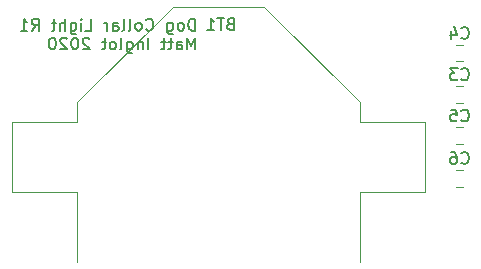
<source format=gbr>
G04 #@! TF.GenerationSoftware,KiCad,Pcbnew,(5.1.5)-3*
G04 #@! TF.CreationDate,2020-04-26T14:17:37-06:00*
G04 #@! TF.ProjectId,Dog Collar Light R1,446f6720-436f-46c6-9c61-72204c696768,rev?*
G04 #@! TF.SameCoordinates,Original*
G04 #@! TF.FileFunction,Legend,Bot*
G04 #@! TF.FilePolarity,Positive*
%FSLAX46Y46*%
G04 Gerber Fmt 4.6, Leading zero omitted, Abs format (unit mm)*
G04 Created by KiCad (PCBNEW (5.1.5)-3) date 2020-04-26 14:17:37*
%MOMM*%
%LPD*%
G04 APERTURE LIST*
%ADD10C,0.150000*%
%ADD11C,0.120000*%
G04 APERTURE END LIST*
D10*
X179216666Y-106702380D02*
X179216666Y-105702380D01*
X178883333Y-106416666D01*
X178550000Y-105702380D01*
X178550000Y-106702380D01*
X177645238Y-106702380D02*
X177645238Y-106178571D01*
X177692857Y-106083333D01*
X177788095Y-106035714D01*
X177978571Y-106035714D01*
X178073809Y-106083333D01*
X177645238Y-106654761D02*
X177740476Y-106702380D01*
X177978571Y-106702380D01*
X178073809Y-106654761D01*
X178121428Y-106559523D01*
X178121428Y-106464285D01*
X178073809Y-106369047D01*
X177978571Y-106321428D01*
X177740476Y-106321428D01*
X177645238Y-106273809D01*
X177311904Y-106035714D02*
X176930952Y-106035714D01*
X177169047Y-105702380D02*
X177169047Y-106559523D01*
X177121428Y-106654761D01*
X177026190Y-106702380D01*
X176930952Y-106702380D01*
X176740476Y-106035714D02*
X176359523Y-106035714D01*
X176597619Y-105702380D02*
X176597619Y-106559523D01*
X176550000Y-106654761D01*
X176454761Y-106702380D01*
X176359523Y-106702380D01*
X175264285Y-106702380D02*
X175264285Y-105702380D01*
X174788095Y-106035714D02*
X174788095Y-106702380D01*
X174788095Y-106130952D02*
X174740476Y-106083333D01*
X174645238Y-106035714D01*
X174502380Y-106035714D01*
X174407142Y-106083333D01*
X174359523Y-106178571D01*
X174359523Y-106702380D01*
X173454761Y-106035714D02*
X173454761Y-106845238D01*
X173502380Y-106940476D01*
X173550000Y-106988095D01*
X173645238Y-107035714D01*
X173788095Y-107035714D01*
X173883333Y-106988095D01*
X173454761Y-106654761D02*
X173550000Y-106702380D01*
X173740476Y-106702380D01*
X173835714Y-106654761D01*
X173883333Y-106607142D01*
X173930952Y-106511904D01*
X173930952Y-106226190D01*
X173883333Y-106130952D01*
X173835714Y-106083333D01*
X173740476Y-106035714D01*
X173550000Y-106035714D01*
X173454761Y-106083333D01*
X172835714Y-106702380D02*
X172930952Y-106654761D01*
X172978571Y-106559523D01*
X172978571Y-105702380D01*
X172311904Y-106702380D02*
X172407142Y-106654761D01*
X172454761Y-106607142D01*
X172502380Y-106511904D01*
X172502380Y-106226190D01*
X172454761Y-106130952D01*
X172407142Y-106083333D01*
X172311904Y-106035714D01*
X172169047Y-106035714D01*
X172073809Y-106083333D01*
X172026190Y-106130952D01*
X171978571Y-106226190D01*
X171978571Y-106511904D01*
X172026190Y-106607142D01*
X172073809Y-106654761D01*
X172169047Y-106702380D01*
X172311904Y-106702380D01*
X171692857Y-106035714D02*
X171311904Y-106035714D01*
X171550000Y-105702380D02*
X171550000Y-106559523D01*
X171502380Y-106654761D01*
X171407142Y-106702380D01*
X171311904Y-106702380D01*
X170264285Y-105797619D02*
X170216666Y-105750000D01*
X170121428Y-105702380D01*
X169883333Y-105702380D01*
X169788095Y-105750000D01*
X169740476Y-105797619D01*
X169692857Y-105892857D01*
X169692857Y-105988095D01*
X169740476Y-106130952D01*
X170311904Y-106702380D01*
X169692857Y-106702380D01*
X169073809Y-105702380D02*
X168978571Y-105702380D01*
X168883333Y-105750000D01*
X168835714Y-105797619D01*
X168788095Y-105892857D01*
X168740476Y-106083333D01*
X168740476Y-106321428D01*
X168788095Y-106511904D01*
X168835714Y-106607142D01*
X168883333Y-106654761D01*
X168978571Y-106702380D01*
X169073809Y-106702380D01*
X169169047Y-106654761D01*
X169216666Y-106607142D01*
X169264285Y-106511904D01*
X169311904Y-106321428D01*
X169311904Y-106083333D01*
X169264285Y-105892857D01*
X169216666Y-105797619D01*
X169169047Y-105750000D01*
X169073809Y-105702380D01*
X168359523Y-105797619D02*
X168311904Y-105750000D01*
X168216666Y-105702380D01*
X167978571Y-105702380D01*
X167883333Y-105750000D01*
X167835714Y-105797619D01*
X167788095Y-105892857D01*
X167788095Y-105988095D01*
X167835714Y-106130952D01*
X168407142Y-106702380D01*
X167788095Y-106702380D01*
X167169047Y-105702380D02*
X167073809Y-105702380D01*
X166978571Y-105750000D01*
X166930952Y-105797619D01*
X166883333Y-105892857D01*
X166835714Y-106083333D01*
X166835714Y-106321428D01*
X166883333Y-106511904D01*
X166930952Y-106607142D01*
X166978571Y-106654761D01*
X167073809Y-106702380D01*
X167169047Y-106702380D01*
X167264285Y-106654761D01*
X167311904Y-106607142D01*
X167359523Y-106511904D01*
X167407142Y-106321428D01*
X167407142Y-106083333D01*
X167359523Y-105892857D01*
X167311904Y-105797619D01*
X167264285Y-105750000D01*
X167169047Y-105702380D01*
X179207142Y-105102380D02*
X179207142Y-104102380D01*
X178969047Y-104102380D01*
X178826190Y-104150000D01*
X178730952Y-104245238D01*
X178683333Y-104340476D01*
X178635714Y-104530952D01*
X178635714Y-104673809D01*
X178683333Y-104864285D01*
X178730952Y-104959523D01*
X178826190Y-105054761D01*
X178969047Y-105102380D01*
X179207142Y-105102380D01*
X178064285Y-105102380D02*
X178159523Y-105054761D01*
X178207142Y-105007142D01*
X178254761Y-104911904D01*
X178254761Y-104626190D01*
X178207142Y-104530952D01*
X178159523Y-104483333D01*
X178064285Y-104435714D01*
X177921428Y-104435714D01*
X177826190Y-104483333D01*
X177778571Y-104530952D01*
X177730952Y-104626190D01*
X177730952Y-104911904D01*
X177778571Y-105007142D01*
X177826190Y-105054761D01*
X177921428Y-105102380D01*
X178064285Y-105102380D01*
X176873809Y-104435714D02*
X176873809Y-105245238D01*
X176921428Y-105340476D01*
X176969047Y-105388095D01*
X177064285Y-105435714D01*
X177207142Y-105435714D01*
X177302380Y-105388095D01*
X176873809Y-105054761D02*
X176969047Y-105102380D01*
X177159523Y-105102380D01*
X177254761Y-105054761D01*
X177302380Y-105007142D01*
X177350000Y-104911904D01*
X177350000Y-104626190D01*
X177302380Y-104530952D01*
X177254761Y-104483333D01*
X177159523Y-104435714D01*
X176969047Y-104435714D01*
X176873809Y-104483333D01*
X175064285Y-105007142D02*
X175111904Y-105054761D01*
X175254761Y-105102380D01*
X175350000Y-105102380D01*
X175492857Y-105054761D01*
X175588095Y-104959523D01*
X175635714Y-104864285D01*
X175683333Y-104673809D01*
X175683333Y-104530952D01*
X175635714Y-104340476D01*
X175588095Y-104245238D01*
X175492857Y-104150000D01*
X175350000Y-104102380D01*
X175254761Y-104102380D01*
X175111904Y-104150000D01*
X175064285Y-104197619D01*
X174492857Y-105102380D02*
X174588095Y-105054761D01*
X174635714Y-105007142D01*
X174683333Y-104911904D01*
X174683333Y-104626190D01*
X174635714Y-104530952D01*
X174588095Y-104483333D01*
X174492857Y-104435714D01*
X174350000Y-104435714D01*
X174254761Y-104483333D01*
X174207142Y-104530952D01*
X174159523Y-104626190D01*
X174159523Y-104911904D01*
X174207142Y-105007142D01*
X174254761Y-105054761D01*
X174350000Y-105102380D01*
X174492857Y-105102380D01*
X173588095Y-105102380D02*
X173683333Y-105054761D01*
X173730952Y-104959523D01*
X173730952Y-104102380D01*
X173064285Y-105102380D02*
X173159523Y-105054761D01*
X173207142Y-104959523D01*
X173207142Y-104102380D01*
X172254761Y-105102380D02*
X172254761Y-104578571D01*
X172302380Y-104483333D01*
X172397619Y-104435714D01*
X172588095Y-104435714D01*
X172683333Y-104483333D01*
X172254761Y-105054761D02*
X172350000Y-105102380D01*
X172588095Y-105102380D01*
X172683333Y-105054761D01*
X172730952Y-104959523D01*
X172730952Y-104864285D01*
X172683333Y-104769047D01*
X172588095Y-104721428D01*
X172350000Y-104721428D01*
X172254761Y-104673809D01*
X171778571Y-105102380D02*
X171778571Y-104435714D01*
X171778571Y-104626190D02*
X171730952Y-104530952D01*
X171683333Y-104483333D01*
X171588095Y-104435714D01*
X171492857Y-104435714D01*
X169921428Y-105102380D02*
X170397619Y-105102380D01*
X170397619Y-104102380D01*
X169588095Y-105102380D02*
X169588095Y-104435714D01*
X169588095Y-104102380D02*
X169635714Y-104150000D01*
X169588095Y-104197619D01*
X169540476Y-104150000D01*
X169588095Y-104102380D01*
X169588095Y-104197619D01*
X168683333Y-104435714D02*
X168683333Y-105245238D01*
X168730952Y-105340476D01*
X168778571Y-105388095D01*
X168873809Y-105435714D01*
X169016666Y-105435714D01*
X169111904Y-105388095D01*
X168683333Y-105054761D02*
X168778571Y-105102380D01*
X168969047Y-105102380D01*
X169064285Y-105054761D01*
X169111904Y-105007142D01*
X169159523Y-104911904D01*
X169159523Y-104626190D01*
X169111904Y-104530952D01*
X169064285Y-104483333D01*
X168969047Y-104435714D01*
X168778571Y-104435714D01*
X168683333Y-104483333D01*
X168207142Y-105102380D02*
X168207142Y-104102380D01*
X167778571Y-105102380D02*
X167778571Y-104578571D01*
X167826190Y-104483333D01*
X167921428Y-104435714D01*
X168064285Y-104435714D01*
X168159523Y-104483333D01*
X168207142Y-104530952D01*
X167445238Y-104435714D02*
X167064285Y-104435714D01*
X167302380Y-104102380D02*
X167302380Y-104959523D01*
X167254761Y-105054761D01*
X167159523Y-105102380D01*
X167064285Y-105102380D01*
X165397619Y-105102380D02*
X165730952Y-104626190D01*
X165969047Y-105102380D02*
X165969047Y-104102380D01*
X165588095Y-104102380D01*
X165492857Y-104150000D01*
X165445238Y-104197619D01*
X165397619Y-104292857D01*
X165397619Y-104435714D01*
X165445238Y-104530952D01*
X165492857Y-104578571D01*
X165588095Y-104626190D01*
X165969047Y-104626190D01*
X164445238Y-105102380D02*
X165016666Y-105102380D01*
X164730952Y-105102380D02*
X164730952Y-104102380D01*
X164826190Y-104245238D01*
X164921428Y-104340476D01*
X165016666Y-104388095D01*
D11*
X193185000Y-118790000D02*
X198675000Y-118800000D01*
X193185000Y-124690000D02*
X193185000Y-118790000D01*
X169185000Y-118810000D02*
X169185000Y-124690000D01*
X163725000Y-118810000D02*
X169185000Y-118810000D01*
X163725000Y-112810000D02*
X163725000Y-118800000D01*
X169185000Y-112820000D02*
X163725000Y-112820000D01*
X169185000Y-111150000D02*
X169185000Y-112820000D01*
X177315000Y-103140000D02*
X169185000Y-111150000D01*
X185065000Y-103130000D02*
X177315000Y-103140000D01*
X193195000Y-111140000D02*
X185065000Y-103130000D01*
X193195000Y-112810000D02*
X193195000Y-111140000D01*
X198675000Y-112820000D02*
X193195000Y-112810000D01*
X198675000Y-118800000D02*
X198675000Y-112820000D01*
X201861252Y-111210000D02*
X201338748Y-111210000D01*
X201861252Y-109790000D02*
X201338748Y-109790000D01*
X201861252Y-107710000D02*
X201338748Y-107710000D01*
X201861252Y-106290000D02*
X201338748Y-106290000D01*
X201861252Y-114710000D02*
X201338748Y-114710000D01*
X201861252Y-113290000D02*
X201338748Y-113290000D01*
X201861252Y-118310000D02*
X201338748Y-118310000D01*
X201861252Y-116890000D02*
X201338748Y-116890000D01*
D10*
X182185714Y-104528571D02*
X182042857Y-104576190D01*
X181995238Y-104623809D01*
X181947619Y-104719047D01*
X181947619Y-104861904D01*
X181995238Y-104957142D01*
X182042857Y-105004761D01*
X182138095Y-105052380D01*
X182519047Y-105052380D01*
X182519047Y-104052380D01*
X182185714Y-104052380D01*
X182090476Y-104100000D01*
X182042857Y-104147619D01*
X181995238Y-104242857D01*
X181995238Y-104338095D01*
X182042857Y-104433333D01*
X182090476Y-104480952D01*
X182185714Y-104528571D01*
X182519047Y-104528571D01*
X181661904Y-104052380D02*
X181090476Y-104052380D01*
X181376190Y-105052380D02*
X181376190Y-104052380D01*
X180233333Y-105052380D02*
X180804761Y-105052380D01*
X180519047Y-105052380D02*
X180519047Y-104052380D01*
X180614285Y-104195238D01*
X180709523Y-104290476D01*
X180804761Y-104338095D01*
X201766666Y-109207142D02*
X201814285Y-109254761D01*
X201957142Y-109302380D01*
X202052380Y-109302380D01*
X202195238Y-109254761D01*
X202290476Y-109159523D01*
X202338095Y-109064285D01*
X202385714Y-108873809D01*
X202385714Y-108730952D01*
X202338095Y-108540476D01*
X202290476Y-108445238D01*
X202195238Y-108350000D01*
X202052380Y-108302380D01*
X201957142Y-108302380D01*
X201814285Y-108350000D01*
X201766666Y-108397619D01*
X201433333Y-108302380D02*
X200814285Y-108302380D01*
X201147619Y-108683333D01*
X201004761Y-108683333D01*
X200909523Y-108730952D01*
X200861904Y-108778571D01*
X200814285Y-108873809D01*
X200814285Y-109111904D01*
X200861904Y-109207142D01*
X200909523Y-109254761D01*
X201004761Y-109302380D01*
X201290476Y-109302380D01*
X201385714Y-109254761D01*
X201433333Y-109207142D01*
X201766666Y-105707142D02*
X201814285Y-105754761D01*
X201957142Y-105802380D01*
X202052380Y-105802380D01*
X202195238Y-105754761D01*
X202290476Y-105659523D01*
X202338095Y-105564285D01*
X202385714Y-105373809D01*
X202385714Y-105230952D01*
X202338095Y-105040476D01*
X202290476Y-104945238D01*
X202195238Y-104850000D01*
X202052380Y-104802380D01*
X201957142Y-104802380D01*
X201814285Y-104850000D01*
X201766666Y-104897619D01*
X200909523Y-105135714D02*
X200909523Y-105802380D01*
X201147619Y-104754761D02*
X201385714Y-105469047D01*
X200766666Y-105469047D01*
X201766666Y-112707142D02*
X201814285Y-112754761D01*
X201957142Y-112802380D01*
X202052380Y-112802380D01*
X202195238Y-112754761D01*
X202290476Y-112659523D01*
X202338095Y-112564285D01*
X202385714Y-112373809D01*
X202385714Y-112230952D01*
X202338095Y-112040476D01*
X202290476Y-111945238D01*
X202195238Y-111850000D01*
X202052380Y-111802380D01*
X201957142Y-111802380D01*
X201814285Y-111850000D01*
X201766666Y-111897619D01*
X200861904Y-111802380D02*
X201338095Y-111802380D01*
X201385714Y-112278571D01*
X201338095Y-112230952D01*
X201242857Y-112183333D01*
X201004761Y-112183333D01*
X200909523Y-112230952D01*
X200861904Y-112278571D01*
X200814285Y-112373809D01*
X200814285Y-112611904D01*
X200861904Y-112707142D01*
X200909523Y-112754761D01*
X201004761Y-112802380D01*
X201242857Y-112802380D01*
X201338095Y-112754761D01*
X201385714Y-112707142D01*
X201766666Y-116307142D02*
X201814285Y-116354761D01*
X201957142Y-116402380D01*
X202052380Y-116402380D01*
X202195238Y-116354761D01*
X202290476Y-116259523D01*
X202338095Y-116164285D01*
X202385714Y-115973809D01*
X202385714Y-115830952D01*
X202338095Y-115640476D01*
X202290476Y-115545238D01*
X202195238Y-115450000D01*
X202052380Y-115402380D01*
X201957142Y-115402380D01*
X201814285Y-115450000D01*
X201766666Y-115497619D01*
X200909523Y-115402380D02*
X201100000Y-115402380D01*
X201195238Y-115450000D01*
X201242857Y-115497619D01*
X201338095Y-115640476D01*
X201385714Y-115830952D01*
X201385714Y-116211904D01*
X201338095Y-116307142D01*
X201290476Y-116354761D01*
X201195238Y-116402380D01*
X201004761Y-116402380D01*
X200909523Y-116354761D01*
X200861904Y-116307142D01*
X200814285Y-116211904D01*
X200814285Y-115973809D01*
X200861904Y-115878571D01*
X200909523Y-115830952D01*
X201004761Y-115783333D01*
X201195238Y-115783333D01*
X201290476Y-115830952D01*
X201338095Y-115878571D01*
X201385714Y-115973809D01*
M02*

</source>
